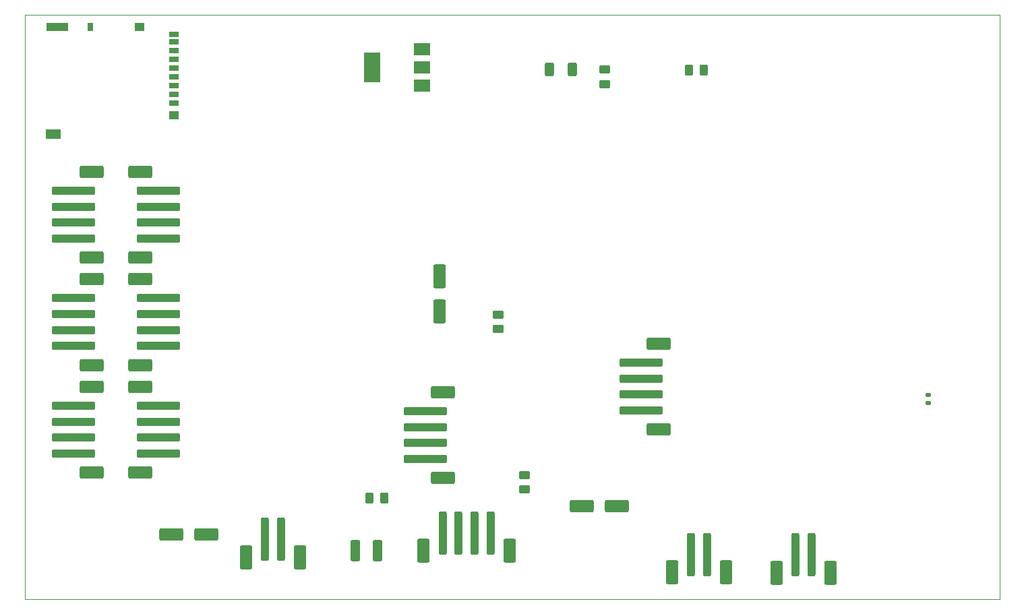
<source format=gbr>
G04 #@! TF.GenerationSoftware,KiCad,Pcbnew,8.0.1*
G04 #@! TF.CreationDate,2024-04-23T08:11:34+07:00*
G04 #@! TF.ProjectId,IncuTester_SMD,496e6375-5465-4737-9465-725f534d442e,rev?*
G04 #@! TF.SameCoordinates,Original*
G04 #@! TF.FileFunction,Paste,Top*
G04 #@! TF.FilePolarity,Positive*
%FSLAX46Y46*%
G04 Gerber Fmt 4.6, Leading zero omitted, Abs format (unit mm)*
G04 Created by KiCad (PCBNEW 8.0.1) date 2024-04-23 08:11:34*
%MOMM*%
%LPD*%
G01*
G04 APERTURE LIST*
G04 Aperture macros list*
%AMRoundRect*
0 Rectangle with rounded corners*
0 $1 Rounding radius*
0 $2 $3 $4 $5 $6 $7 $8 $9 X,Y pos of 4 corners*
0 Add a 4 corners polygon primitive as box body*
4,1,4,$2,$3,$4,$5,$6,$7,$8,$9,$2,$3,0*
0 Add four circle primitives for the rounded corners*
1,1,$1+$1,$2,$3*
1,1,$1+$1,$4,$5*
1,1,$1+$1,$6,$7*
1,1,$1+$1,$8,$9*
0 Add four rect primitives between the rounded corners*
20,1,$1+$1,$2,$3,$4,$5,0*
20,1,$1+$1,$4,$5,$6,$7,0*
20,1,$1+$1,$6,$7,$8,$9,0*
20,1,$1+$1,$8,$9,$2,$3,0*%
G04 Aperture macros list end*
%ADD10R,2.000000X1.500000*%
%ADD11R,2.000000X3.800000*%
%ADD12RoundRect,0.250000X0.250000X2.500000X-0.250000X2.500000X-0.250000X-2.500000X0.250000X-2.500000X0*%
%ADD13RoundRect,0.250000X0.550000X1.250000X-0.550000X1.250000X-0.550000X-1.250000X0.550000X-1.250000X0*%
%ADD14RoundRect,0.250000X-0.450000X0.262500X-0.450000X-0.262500X0.450000X-0.262500X0.450000X0.262500X0*%
%ADD15RoundRect,0.250000X0.262500X0.450000X-0.262500X0.450000X-0.262500X-0.450000X0.262500X-0.450000X0*%
%ADD16RoundRect,0.250000X-2.500000X0.250000X-2.500000X-0.250000X2.500000X-0.250000X2.500000X0.250000X0*%
%ADD17RoundRect,0.250000X-1.250000X0.550000X-1.250000X-0.550000X1.250000X-0.550000X1.250000X0.550000X0*%
%ADD18RoundRect,0.250000X-0.262500X-0.450000X0.262500X-0.450000X0.262500X0.450000X-0.262500X0.450000X0*%
%ADD19RoundRect,0.250000X0.450000X-0.262500X0.450000X0.262500X-0.450000X0.262500X-0.450000X-0.262500X0*%
%ADD20RoundRect,0.135000X0.185000X-0.135000X0.185000X0.135000X-0.185000X0.135000X-0.185000X-0.135000X0*%
%ADD21RoundRect,0.250000X2.500000X-0.250000X2.500000X0.250000X-2.500000X0.250000X-2.500000X-0.250000X0*%
%ADD22RoundRect,0.250000X1.250000X-0.550000X1.250000X0.550000X-1.250000X0.550000X-1.250000X-0.550000X0*%
%ADD23RoundRect,0.250000X-1.250000X-0.550000X1.250000X-0.550000X1.250000X0.550000X-1.250000X0.550000X0*%
%ADD24RoundRect,0.250000X0.312500X0.625000X-0.312500X0.625000X-0.312500X-0.625000X0.312500X-0.625000X0*%
%ADD25R,1.200000X0.700000*%
%ADD26R,0.800000X1.000000*%
%ADD27R,1.200000X1.000000*%
%ADD28R,2.800000X1.000000*%
%ADD29R,1.900000X1.300000*%
%ADD30RoundRect,0.250000X0.375000X1.075000X-0.375000X1.075000X-0.375000X-1.075000X0.375000X-1.075000X0*%
%ADD31RoundRect,0.250000X-0.550000X1.250000X-0.550000X-1.250000X0.550000X-1.250000X0.550000X1.250000X0*%
G04 #@! TA.AperFunction,Profile*
%ADD32C,0.100000*%
G04 #@! TD*
G04 APERTURE END LIST*
D10*
X145390000Y-70880000D03*
X145390000Y-68580000D03*
D11*
X139090000Y-68580000D03*
D10*
X145390000Y-66280000D03*
D12*
X181200000Y-129800000D03*
X179200000Y-129800000D03*
D13*
X183600000Y-132050000D03*
X176800000Y-132050000D03*
D14*
X158300000Y-119787500D03*
X158300000Y-121612500D03*
D12*
X154000000Y-127100000D03*
X152000000Y-127100000D03*
X150000000Y-127100000D03*
X148000000Y-127100000D03*
D13*
X156400000Y-129350000D03*
X145600000Y-129350000D03*
D15*
X180744500Y-68961000D03*
X178919500Y-68961000D03*
D12*
X194300000Y-129850000D03*
X192300000Y-129850000D03*
D13*
X196700000Y-132100000D03*
X189900000Y-132100000D03*
D16*
X101650000Y-97600000D03*
X101650000Y-99600000D03*
X101650000Y-101600000D03*
X101650000Y-103600000D03*
D17*
X103900000Y-95200000D03*
X103900000Y-106000000D03*
D16*
X101650000Y-111100000D03*
X101650000Y-113100000D03*
X101650000Y-115100000D03*
X101650000Y-117100000D03*
D17*
X103900000Y-108700000D03*
X103900000Y-119500000D03*
D18*
X138787500Y-122682000D03*
X140612500Y-122682000D03*
D19*
X154940000Y-101496500D03*
X154940000Y-99671500D03*
D20*
X208950000Y-110800000D03*
X208950000Y-109780000D03*
D16*
X172900000Y-105700000D03*
X172900000Y-107700000D03*
X172900000Y-109700000D03*
X172900000Y-111700000D03*
D17*
X175150000Y-103300000D03*
X175150000Y-114100000D03*
D12*
X127700000Y-127900000D03*
X125700000Y-127900000D03*
D13*
X130100000Y-130150000D03*
X123300000Y-130150000D03*
D16*
X101650000Y-84100000D03*
X101650000Y-86100000D03*
X101650000Y-88100000D03*
X101650000Y-90100000D03*
D17*
X103900000Y-81700000D03*
X103900000Y-92500000D03*
D21*
X112250000Y-117100000D03*
X112250000Y-115100000D03*
X112250000Y-113100000D03*
X112250000Y-111100000D03*
D22*
X110000000Y-119500000D03*
X110000000Y-108700000D03*
D21*
X112250000Y-103600000D03*
X112250000Y-101600000D03*
X112250000Y-99600000D03*
X112250000Y-97600000D03*
D22*
X110000000Y-106000000D03*
X110000000Y-95200000D03*
D23*
X113878000Y-127254000D03*
X118278000Y-127254000D03*
D24*
X164276500Y-68834000D03*
X161351500Y-68834000D03*
D19*
X168300000Y-70712500D03*
X168300000Y-68887500D03*
D23*
X165440000Y-123698000D03*
X169840000Y-123698000D03*
D25*
X114218000Y-73100000D03*
X114218000Y-72000000D03*
X114218000Y-70900000D03*
X114218000Y-69800000D03*
X114218000Y-68700000D03*
X114218000Y-67600000D03*
X114218000Y-66500000D03*
X114218000Y-65400000D03*
X114218000Y-64450000D03*
D26*
X103718000Y-63500000D03*
D27*
X109918000Y-63500000D03*
D28*
X99568000Y-63500000D03*
D27*
X114218000Y-74650000D03*
D29*
X99118000Y-77000000D03*
D16*
X145800000Y-111800000D03*
X145800000Y-113800000D03*
X145800000Y-115800000D03*
X145800000Y-117800000D03*
D17*
X148050000Y-109400000D03*
X148050000Y-120200000D03*
D21*
X112250000Y-90100000D03*
X112250000Y-88100000D03*
X112250000Y-86100000D03*
X112250000Y-84100000D03*
D22*
X110000000Y-92500000D03*
X110000000Y-81700000D03*
D30*
X139830000Y-129286000D03*
X137030000Y-129286000D03*
D31*
X147574000Y-94828000D03*
X147574000Y-99228000D03*
D32*
X95504000Y-61976000D02*
X217932000Y-61976000D01*
X217932000Y-135382000D01*
X95504000Y-135382000D01*
X95504000Y-61976000D01*
M02*

</source>
